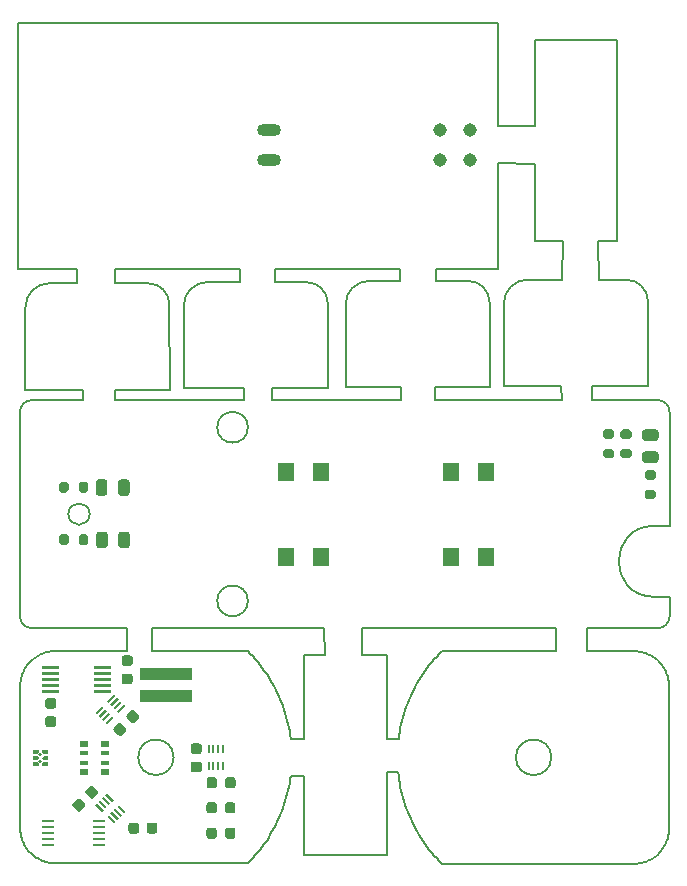
<source format=gbr>
%TF.GenerationSoftware,KiCad,Pcbnew,(5.1.10)-1*%
%TF.CreationDate,2021-10-05T13:13:14-05:00*%
%TF.ProjectId,BYTE_PANELkicad_pcb,42595445-5f50-4414-9e45-4c6b69636164,v2.2*%
%TF.SameCoordinates,Original*%
%TF.FileFunction,Paste,Bot*%
%TF.FilePolarity,Positive*%
%FSLAX46Y46*%
G04 Gerber Fmt 4.6, Leading zero omitted, Abs format (unit mm)*
G04 Created by KiCad (PCBNEW (5.1.10)-1) date 2021-10-05 13:13:14*
%MOMM*%
%LPD*%
G01*
G04 APERTURE LIST*
%TA.AperFunction,Profile*%
%ADD10C,0.200000*%
%TD*%
%ADD11C,0.100000*%
%ADD12R,1.400000X1.600000*%
%ADD13R,0.304800X0.203200*%
%ADD14R,4.400000X1.000000*%
%ADD15R,0.800000X0.500000*%
%ADD16R,0.800000X0.400000*%
%ADD17R,1.100000X0.250000*%
%ADD18R,0.200000X0.800000*%
%ADD19C,1.143000*%
%ADD20O,2.032000X1.016000*%
G04 APERTURE END LIST*
D10*
X145638100Y-94510004D02*
X145638100Y-96762180D01*
X142558100Y-96762180D02*
X142458100Y-94510004D01*
X145638100Y-96762180D02*
X147788100Y-96762180D01*
X162068100Y-94510004D02*
X145638100Y-94510004D01*
X147788100Y-96762180D02*
X147788100Y-103892180D01*
X140778100Y-103872180D02*
X140798100Y-96762180D01*
X157156100Y-55162180D02*
X160298100Y-55182180D01*
X160298100Y-51992180D02*
X157158100Y-51992180D01*
X160298100Y-61762180D02*
X160298100Y-55182180D01*
X157156100Y-43242180D02*
X157158100Y-51992180D01*
X162658100Y-61762180D02*
X162578100Y-65012180D01*
X165708100Y-65012180D02*
X165648100Y-61762180D01*
X167298100Y-61762180D02*
X165648100Y-61762180D01*
X168087294Y-65021970D02*
X165708100Y-65012180D01*
X148898100Y-64072180D02*
X148888100Y-65112180D01*
X151918100Y-64072180D02*
X151938100Y-65112180D01*
X154687294Y-65121970D02*
X151938100Y-65112180D01*
X157156100Y-64070180D02*
X151918100Y-64072180D01*
X162658100Y-61762180D02*
X160298100Y-61762180D01*
X160298100Y-51992180D02*
X160298100Y-44762180D01*
X160298100Y-44762180D02*
X167298100Y-44762180D01*
X167298100Y-44762180D02*
X167298100Y-61762180D01*
X147798100Y-106722180D02*
X147798100Y-113762180D01*
X140798100Y-96762180D02*
X142558100Y-96762180D01*
X140798100Y-113762180D02*
X140798100Y-107012180D01*
X147798100Y-113762180D02*
X140798100Y-113762180D01*
X138338100Y-65222180D02*
X138338100Y-64072180D01*
X135318100Y-64070180D02*
X135318100Y-65212180D01*
X135318100Y-65212180D02*
X132588100Y-65212180D01*
X148898100Y-64072180D02*
X138338100Y-64072180D01*
X124748100Y-64070180D02*
X124738100Y-65322180D01*
X121508100Y-65312180D02*
X121528100Y-64070180D01*
X135318100Y-64070180D02*
X124748100Y-64070180D01*
X127587294Y-65321970D02*
X124738100Y-65322180D01*
X162558100Y-74012180D02*
X162588100Y-75210004D01*
X165188100Y-75202180D02*
X165178100Y-74002180D01*
X165178100Y-74002180D02*
X169888100Y-74012180D01*
X165190000Y-75200004D02*
X170720000Y-75210004D01*
X151848100Y-74112180D02*
X151828100Y-75210004D01*
X149018100Y-75210004D02*
X149008100Y-74112180D01*
X151828100Y-75210004D02*
X162588100Y-75210004D01*
X151848100Y-74112180D02*
X156488100Y-74112180D01*
X138088100Y-74212180D02*
X138078100Y-75210004D01*
X135658100Y-74212180D02*
X135678100Y-75210004D01*
X138078100Y-75210004D02*
X149018100Y-75210004D01*
X130588100Y-74212180D02*
X135658100Y-74212180D01*
X122048100Y-75210004D02*
X122038100Y-74312180D01*
X124798100Y-75210004D02*
X124778100Y-74312180D01*
X124798100Y-75210004D02*
X135678100Y-75210004D01*
X124778100Y-74312180D02*
X129388100Y-74312180D01*
X169888100Y-74012180D02*
X169878310Y-66814500D01*
X157688100Y-74012180D02*
X157688100Y-67012180D01*
X157688100Y-74012180D02*
X162558100Y-74012180D01*
X157688100Y-67012180D02*
G75*
G02*
X159688100Y-65012180I2000000J0D01*
G01*
X168087294Y-65021969D02*
G75*
G02*
X169878309Y-66814499I806J-1790211D01*
G01*
X162578100Y-65012180D02*
X159688100Y-65012180D01*
X144288100Y-74112180D02*
X149008100Y-74112180D01*
X154687294Y-65121969D02*
G75*
G02*
X156478309Y-66914499I806J-1790211D01*
G01*
X156488100Y-74112180D02*
X156478310Y-66914500D01*
X148888100Y-65112180D02*
X146288100Y-65112180D01*
X144288100Y-67112180D02*
G75*
G02*
X146288100Y-65112180I2000000J0D01*
G01*
X144288100Y-74112180D02*
X144288100Y-67112180D01*
X138088100Y-74212180D02*
X142788100Y-74212180D01*
X140987294Y-65221969D02*
G75*
G02*
X142778309Y-67014499I806J-1790211D01*
G01*
X142788100Y-74212180D02*
X142778310Y-67014500D01*
X140985780Y-65221970D02*
X138338100Y-65222180D01*
X130588100Y-67212180D02*
G75*
G02*
X132588100Y-65212180I2000000J0D01*
G01*
X130588100Y-74212180D02*
X130588100Y-67212180D01*
X162068100Y-94510004D02*
X162068100Y-96462228D01*
X164768100Y-94510004D02*
X164768100Y-96462228D01*
X142458100Y-94510004D02*
X127868100Y-94510004D01*
X162068100Y-96462228D02*
X152439691Y-96462228D01*
X125768100Y-94510004D02*
X125768100Y-96442180D01*
X127868100Y-96442180D02*
X127868100Y-94510004D01*
X170720000Y-94510004D02*
X164768100Y-94510004D01*
X135996509Y-96442180D02*
X127868100Y-96442180D01*
X121508100Y-65312180D02*
X119188100Y-65312180D01*
X117188100Y-74312180D02*
X122038100Y-74312180D01*
X129388100Y-74312180D02*
X129378310Y-67114500D01*
X117188100Y-67312180D02*
G75*
G02*
X119188100Y-65312180I2000000J0D01*
G01*
X127587294Y-65321969D02*
G75*
G02*
X129378309Y-67114499I806J-1790211D01*
G01*
X117188100Y-74312180D02*
X117188100Y-67312180D01*
X149664215Y-100587209D02*
X149547799Y-100875525D01*
X149788569Y-100301830D02*
X149664215Y-100587209D01*
X151018880Y-98140002D02*
X150841610Y-98397203D01*
X148785800Y-103890832D02*
X147788100Y-103892180D01*
X147798100Y-106722180D02*
X148751404Y-106721733D01*
X149338778Y-101460413D02*
X149243528Y-101756746D01*
X150669631Y-98658399D02*
X150505589Y-98923432D01*
X148830779Y-103580469D02*
X148785800Y-103890832D01*
X151791463Y-97153663D02*
X151587734Y-97393613D01*
X148785800Y-107033576D02*
X148830779Y-107343939D01*
X149547799Y-100875525D02*
X149439320Y-101166646D01*
X150505589Y-98923432D02*
X150349485Y-99192195D01*
X149076841Y-102356449D02*
X149002758Y-102659582D01*
X149243528Y-101756746D02*
X149156216Y-102055460D01*
X151391942Y-97638088D02*
X151201443Y-97886928D01*
X168690379Y-96462228D02*
X164768100Y-96462228D01*
X168986712Y-96476886D02*
X168838545Y-96465906D01*
X151587734Y-97393613D02*
X151391942Y-97638088D01*
X152439691Y-96462228D02*
X152217441Y-96687838D01*
X149664215Y-110337199D02*
X149788569Y-110622578D01*
X149918215Y-110904914D02*
X150053152Y-111184049D01*
X149076841Y-108567959D02*
X149156216Y-108868948D01*
X149243528Y-109167662D02*
X149338778Y-109463995D01*
X149156216Y-108868948D02*
X149243528Y-109167662D01*
X149002758Y-108264826D02*
X149076841Y-108567959D01*
X150198673Y-111459851D02*
X150349485Y-111732213D01*
X149788569Y-110622578D02*
X149918215Y-110904914D01*
X169560857Y-114332508D02*
X169701086Y-114286523D01*
X148936612Y-102964707D02*
X148881050Y-103271716D01*
X169277753Y-114404025D02*
X169420628Y-114371719D01*
X170230252Y-114036598D02*
X170354606Y-113958149D01*
X149439320Y-109757762D02*
X149547799Y-110048883D01*
X149547799Y-110048883D02*
X149664215Y-110337199D01*
X169970961Y-114174552D02*
X170100606Y-114108776D01*
X169132233Y-114429319D02*
X169277753Y-114404025D01*
X149338778Y-109463995D02*
X149439320Y-109757762D01*
X170473668Y-113873536D02*
X170590085Y-113782810D01*
X168838545Y-114458502D02*
X168986712Y-114447522D01*
X148881050Y-107652692D02*
X148936612Y-107959701D01*
X150053152Y-111184049D02*
X150198673Y-111459851D01*
X171598146Y-112193460D02*
X171629896Y-112050188D01*
X148936612Y-107959701D02*
X149002758Y-108264826D01*
X149918215Y-100019494D02*
X149788569Y-100301830D01*
X169701086Y-96637885D02*
X169560857Y-96591900D01*
X152000483Y-96918369D02*
X151791463Y-97153663D01*
X148881050Y-103271716D02*
X148830779Y-103580469D01*
X150198673Y-99464557D02*
X150053152Y-99740359D01*
X168838545Y-96465906D02*
X168690379Y-96462228D01*
X152217441Y-96687838D02*
X152000483Y-96918369D01*
X171598146Y-98730948D02*
X171558459Y-98589713D01*
X150841610Y-98397203D02*
X150669631Y-98658399D01*
X171460563Y-98314150D02*
X171402355Y-98180351D01*
X151201443Y-97886928D02*
X151018880Y-98140002D01*
X150053152Y-99740359D02*
X149918215Y-100019494D01*
X148751404Y-106721733D02*
X148785800Y-107033576D01*
X149002758Y-102659582D02*
X148936612Y-102964707D01*
X149439320Y-101166646D02*
X149338778Y-101460413D01*
X150349485Y-99192195D02*
X150198673Y-99464557D01*
X169836023Y-96690563D02*
X169701086Y-96637885D01*
X148830779Y-107343939D02*
X148881050Y-107652692D01*
X149156216Y-102055460D02*
X149076841Y-102356449D01*
X171685459Y-99313454D02*
X171674875Y-99165711D01*
X169701086Y-114286523D02*
X169836023Y-114233845D01*
X152000483Y-114006039D02*
X152217441Y-114236570D01*
X151587734Y-113530795D02*
X151791463Y-113770745D01*
X151018880Y-112784406D02*
X151201443Y-113037480D01*
X171185397Y-113126591D02*
X171264772Y-113002476D01*
X171558459Y-112334695D02*
X171598146Y-112193460D01*
X171402355Y-112744057D02*
X171460563Y-112610258D01*
X150841610Y-112527205D02*
X151018880Y-112784406D01*
X150349485Y-111732213D02*
X150505589Y-112000976D01*
X168986712Y-114447522D02*
X169132233Y-114429319D01*
X170100606Y-114108776D02*
X170230252Y-114036598D01*
X150505589Y-112000976D02*
X150669631Y-112266009D01*
X171685459Y-111610954D02*
X171688104Y-111462206D01*
X161707278Y-105453754D02*
G75*
G03*
X161707278Y-105453754I-1500000J0D01*
G01*
X152217441Y-114236570D02*
X152439691Y-114462180D01*
X171656354Y-111905197D02*
X171674875Y-111758697D01*
X170590085Y-113782810D02*
X170703856Y-113686105D01*
X171629896Y-112050188D02*
X171656354Y-111905197D01*
X171100730Y-113247003D02*
X171185397Y-113126591D01*
X150669631Y-112266009D02*
X150841610Y-112527205D01*
X171674875Y-111758697D02*
X171685459Y-111610954D01*
X171336209Y-112874867D02*
X171402355Y-112744057D01*
X169836023Y-114233845D02*
X169970961Y-114174552D01*
X170230252Y-96887810D02*
X170100606Y-96815632D01*
X169132233Y-96495089D02*
X168986712Y-96476886D01*
X171688104Y-99462202D02*
X171685459Y-99313454D01*
X169970961Y-96749856D02*
X169836023Y-96690563D01*
X171010772Y-97560935D02*
X170912876Y-97448699D01*
X171264772Y-97921932D02*
X171185397Y-97797817D01*
X170473668Y-97050872D02*
X170354606Y-96966259D01*
X169560857Y-96591900D02*
X169420628Y-96552689D01*
X171674875Y-99165711D02*
X171656354Y-99019211D01*
X171185397Y-97797817D02*
X171100730Y-97677405D01*
X169277753Y-96520383D02*
X169132233Y-96495089D01*
X168690379Y-114462180D02*
X168838545Y-114458502D01*
X151391942Y-113286320D02*
X151587734Y-113530795D01*
X169420628Y-114371719D02*
X169560857Y-114332508D01*
X151791463Y-113770745D02*
X152000483Y-114006039D01*
X171460563Y-112610258D02*
X171513480Y-112473706D01*
X171010772Y-113363473D02*
X171100730Y-113247003D01*
X170703856Y-113686105D02*
X170809689Y-113583525D01*
X171513480Y-112473706D02*
X171558459Y-112334695D01*
X151201443Y-113037480D02*
X151391942Y-113286320D01*
X170912876Y-113475709D02*
X171010772Y-113363473D01*
X152439691Y-114462180D02*
X168690379Y-114462180D01*
X170354606Y-113958149D02*
X170473668Y-113873536D01*
X171264772Y-113002476D02*
X171336209Y-112874867D01*
X170809689Y-113583525D02*
X170912876Y-113475709D01*
X171402355Y-98180351D02*
X171336209Y-98049541D01*
X170703856Y-97238303D02*
X170590085Y-97141598D01*
X169420628Y-96552689D02*
X169277753Y-96520383D01*
X171336209Y-98049541D02*
X171264772Y-97921932D01*
X170354606Y-96966259D02*
X170230252Y-96887810D01*
X171629896Y-98874220D02*
X171598146Y-98730948D01*
X171688104Y-111462206D02*
X171688104Y-99462202D01*
X170912876Y-97448699D02*
X170809689Y-97340883D01*
X170809689Y-97340883D02*
X170703856Y-97238303D01*
X170590085Y-97141598D02*
X170473668Y-97050872D01*
X171656354Y-99019211D02*
X171629896Y-98874220D01*
X170100606Y-96815632D02*
X169970961Y-96749856D01*
X171558459Y-98589713D02*
X171513480Y-98450702D01*
X171100730Y-97677405D02*
X171010772Y-97560935D01*
X171513480Y-98450702D02*
X171460563Y-98314150D01*
X117720000Y-94510004D02*
G75*
G02*
X116720000Y-93510004I0J1000000D01*
G01*
X170720000Y-75210004D02*
G75*
G02*
X171720000Y-76210004I0J-1000000D01*
G01*
X170420000Y-91860004D02*
X171720000Y-91860004D01*
X125768100Y-94510004D02*
X117720000Y-94510004D01*
X116720000Y-76210004D02*
G75*
G02*
X117720000Y-75210004I1000000J0D01*
G01*
X122620000Y-84860004D02*
G75*
G03*
X122620000Y-84860004I-900000J0D01*
G01*
X136020001Y-77510004D02*
G75*
G03*
X136020001Y-77510004I-1300001J0D01*
G01*
X170420000Y-91860004D02*
G75*
G02*
X170420000Y-85860004I0J3000000D01*
G01*
X136020001Y-92210004D02*
G75*
G03*
X136020001Y-92210004I-1300001J0D01*
G01*
X171720000Y-91860004D02*
X171720000Y-93510004D01*
X171720000Y-93510004D02*
G75*
G02*
X170720000Y-94510004I-1000000J0D01*
G01*
X116720000Y-93510004D02*
X116720000Y-76210004D01*
X171720000Y-85860004D02*
X170420000Y-85860004D01*
X117720000Y-75210004D02*
X122048100Y-75210004D01*
X171720000Y-76210004D02*
X171720000Y-85860004D01*
X116748096Y-99442154D02*
X116748096Y-111442158D01*
X116806304Y-112030140D02*
X116838054Y-112173412D01*
X118081594Y-113938101D02*
X118205948Y-114016550D01*
X119015572Y-114351671D02*
X119158447Y-114383977D01*
X117099991Y-112854819D02*
X117171428Y-112982428D01*
X117732344Y-113666057D02*
X117846115Y-113762762D01*
X117033845Y-112724009D02*
X117099991Y-112854819D01*
X117962532Y-113853488D02*
X118081594Y-113938101D01*
X116761325Y-111738649D02*
X116779846Y-111885149D01*
X117250803Y-113106543D02*
X117335470Y-113226955D01*
X119158447Y-114383977D02*
X119303967Y-114409271D01*
X118205948Y-114016550D02*
X118335594Y-114088728D01*
X117171428Y-112982428D02*
X117250803Y-113106543D01*
X118875343Y-114312460D02*
X119015572Y-114351671D01*
X117425428Y-113343425D02*
X117523324Y-113455661D01*
X118465239Y-114154504D02*
X118600177Y-114213797D01*
X116748096Y-111442158D02*
X116750741Y-111590906D01*
X119303967Y-114409271D02*
X119449488Y-114427474D01*
X116922720Y-112453658D02*
X116975637Y-112590210D01*
X117335470Y-113226955D02*
X117425428Y-113343425D01*
X116877741Y-112314647D02*
X116922720Y-112453658D01*
X118335594Y-114088728D02*
X118465239Y-114154504D01*
X116779846Y-111885149D02*
X116806304Y-112030140D01*
X117846115Y-113762762D02*
X117962532Y-113853488D01*
X117626511Y-113563477D02*
X117732344Y-113666057D01*
X117523324Y-113455661D02*
X117626511Y-113563477D01*
X116750741Y-111590906D02*
X116761325Y-111738649D01*
X116975637Y-112590210D02*
X117033845Y-112724009D01*
X118735114Y-114266475D02*
X118875343Y-114312460D01*
X116838054Y-112173412D02*
X116877741Y-112314647D01*
X118600177Y-114213797D02*
X118735114Y-114266475D01*
X119597655Y-114438454D02*
X119745821Y-114442132D01*
X139555150Y-107632644D02*
X139605421Y-107323891D01*
X136218759Y-114216522D02*
X136435717Y-113985991D01*
X136435717Y-113985991D02*
X136644737Y-113750697D01*
X137234757Y-113017432D02*
X137417320Y-112764358D01*
X137594590Y-112507157D02*
X137766569Y-112245961D01*
X138086715Y-111712165D02*
X138237527Y-111439803D01*
X138237527Y-111439803D02*
X138383048Y-111164001D01*
X138517985Y-110884866D02*
X138647631Y-110602530D01*
X139279984Y-108848900D02*
X139359359Y-108547911D01*
X138996880Y-109737714D02*
X139097422Y-109443947D01*
X139433442Y-108244778D02*
X139499588Y-107939653D01*
X139605421Y-103560421D02*
X139555150Y-103251668D01*
X140778100Y-103872180D02*
X139650400Y-103870784D01*
X138383048Y-111164001D02*
X138517985Y-110884866D01*
X139097422Y-109443947D02*
X139192672Y-109147614D01*
X139650400Y-107013528D02*
X140798100Y-107012180D01*
X139359359Y-108547911D02*
X139433442Y-108244778D01*
X135996509Y-114442132D02*
X136218759Y-114216522D01*
X136644737Y-113750697D02*
X136848466Y-113510747D01*
X136848466Y-113510747D02*
X137044258Y-113266272D01*
X137417320Y-112764358D02*
X137594590Y-112507157D01*
X138647631Y-110602530D02*
X138771985Y-110317151D01*
X138771985Y-110317151D02*
X138888401Y-110028835D01*
X119449488Y-114427474D02*
X119597655Y-114438454D01*
X119745821Y-114442132D02*
X135996509Y-114442132D01*
X137044258Y-113266272D02*
X137234757Y-113017432D01*
X137930611Y-111980928D02*
X138086715Y-111712165D01*
X139192672Y-109147614D02*
X139279984Y-108848900D01*
X139650400Y-103870784D02*
X139605421Y-103560421D01*
X138888401Y-110028835D02*
X138996880Y-109737714D01*
X139605421Y-107323891D02*
X139650400Y-107013528D01*
X137766569Y-112245961D02*
X137930611Y-111980928D01*
X139499588Y-107939653D02*
X139555150Y-107632644D01*
X139279984Y-102035412D02*
X139192672Y-101736698D01*
X138647631Y-100281782D02*
X138517985Y-99999446D01*
X138237527Y-99444509D02*
X138086715Y-99172147D01*
X139555150Y-103251668D02*
X139499588Y-102944659D01*
X139499588Y-102944659D02*
X139433442Y-102639534D01*
X139433442Y-102639534D02*
X139359359Y-102336401D01*
X138996880Y-101146598D02*
X138888401Y-100855477D01*
X138771985Y-100567161D02*
X138647631Y-100281782D01*
X139192672Y-101736698D02*
X139097422Y-101440365D01*
X139359359Y-102336401D02*
X139279984Y-102035412D01*
X139097422Y-101440365D02*
X138996880Y-101146598D01*
X138888401Y-100855477D02*
X138771985Y-100567161D01*
X138383048Y-99720311D02*
X138237527Y-99444509D01*
X138517985Y-99999446D02*
X138383048Y-99720311D01*
X116838054Y-98710900D02*
X116806304Y-98854172D01*
X119597655Y-96445858D02*
X119449488Y-96456838D01*
X117962532Y-97030824D02*
X117846115Y-97121550D01*
X119303967Y-96475041D02*
X119158447Y-96500335D01*
X118465239Y-96729808D02*
X118335594Y-96795584D01*
X118205948Y-96867762D02*
X118081594Y-96946211D01*
X119158447Y-96500335D02*
X119015572Y-96532641D01*
X118875343Y-96571852D02*
X118735114Y-96617837D01*
X116806304Y-98854172D02*
X116779846Y-98999163D01*
X138086715Y-99172147D02*
X137930611Y-98903384D01*
X136218759Y-96667790D02*
X135996509Y-96442180D01*
X137930611Y-98903384D02*
X137766569Y-98638351D01*
X137766569Y-98638351D02*
X137594590Y-98377155D01*
X118600177Y-96670515D02*
X118465239Y-96729808D01*
X137594590Y-98377155D02*
X137417320Y-98119954D01*
X137417320Y-98119954D02*
X137234757Y-97866880D01*
X116750741Y-99293406D02*
X116748096Y-99442154D01*
X136848466Y-97373565D02*
X136644737Y-97133615D01*
X117335470Y-97657357D02*
X117250803Y-97777769D01*
X117250803Y-97777769D02*
X117171428Y-97901884D01*
X117099991Y-98029493D02*
X117033845Y-98160303D01*
X116761325Y-99145663D02*
X116750741Y-99293406D01*
X136435717Y-96898321D02*
X136218759Y-96667790D01*
X118735114Y-96617837D02*
X118600177Y-96670515D01*
X118335594Y-96795584D02*
X118205948Y-96867762D01*
X117846115Y-97121550D02*
X117732344Y-97218255D01*
X116779846Y-98999163D02*
X116761325Y-99145663D01*
X129728922Y-105450606D02*
G75*
G03*
X129728922Y-105450606I-1500000J0D01*
G01*
X119449488Y-96456838D02*
X119303967Y-96475041D01*
X117033845Y-98160303D02*
X116975637Y-98294102D01*
X116877741Y-98569665D02*
X116838054Y-98710900D01*
X117732344Y-97218255D02*
X117626511Y-97320835D01*
X117523324Y-97428651D02*
X117425428Y-97540887D01*
X117425428Y-97540887D02*
X117335470Y-97657357D01*
X116975637Y-98294102D02*
X116922720Y-98430654D01*
X116922720Y-98430654D02*
X116877741Y-98569665D01*
X137234757Y-97866880D02*
X137044258Y-97618040D01*
X117171428Y-97901884D02*
X117099991Y-98029493D01*
X137044258Y-97618040D02*
X136848466Y-97373565D01*
X136644737Y-97133615D02*
X136435717Y-96898321D01*
X117626511Y-97320835D02*
X117523324Y-97428651D01*
X118081594Y-96946211D02*
X117962532Y-97030824D01*
X125768100Y-96442180D02*
X119745821Y-96442180D01*
X119015572Y-96532641D02*
X118875343Y-96571852D01*
X119745821Y-96442180D02*
X119597655Y-96445858D01*
X116516100Y-43242180D02*
X157156100Y-43242180D01*
X116516100Y-64070180D02*
X116516100Y-43242180D01*
X121528100Y-64070180D02*
X116516100Y-64070180D01*
X157156100Y-55162180D02*
X157156100Y-64070180D01*
D11*
%TO.C,U3*%
G36*
X119047540Y-106073400D02*
G01*
X119047540Y-105870200D01*
X118730040Y-105870200D01*
X118628440Y-105971800D01*
X118628440Y-106073400D01*
X119047540Y-106073400D01*
G37*
X119047540Y-106073400D02*
X119047540Y-105870200D01*
X118730040Y-105870200D01*
X118628440Y-105971800D01*
X118628440Y-106073400D01*
X119047540Y-106073400D01*
G36*
X117848660Y-106073400D02*
G01*
X117848660Y-105870200D01*
X118166160Y-105870200D01*
X118267760Y-105971800D01*
X118267760Y-106073400D01*
X117848660Y-106073400D01*
G37*
X117848660Y-106073400D02*
X117848660Y-105870200D01*
X118166160Y-105870200D01*
X118267760Y-105971800D01*
X118267760Y-106073400D01*
X117848660Y-106073400D01*
G36*
X117848660Y-105369820D02*
G01*
X117848660Y-105573020D01*
X118166160Y-105573020D01*
X118267760Y-105471420D01*
X118166160Y-105369820D01*
X117848660Y-105369820D01*
G37*
X117848660Y-105369820D02*
X117848660Y-105573020D01*
X118166160Y-105573020D01*
X118267760Y-105471420D01*
X118166160Y-105369820D01*
X117848660Y-105369820D01*
G36*
X117848660Y-104869440D02*
G01*
X117848660Y-105072640D01*
X118166160Y-105072640D01*
X118267760Y-104971040D01*
X118267760Y-104869440D01*
X117848660Y-104869440D01*
G37*
X117848660Y-104869440D02*
X117848660Y-105072640D01*
X118166160Y-105072640D01*
X118267760Y-104971040D01*
X118267760Y-104869440D01*
X117848660Y-104869440D01*
G36*
X119047540Y-104869440D02*
G01*
X119047540Y-105072640D01*
X118730040Y-105072640D01*
X118628440Y-104971040D01*
X118628440Y-104869440D01*
X119047540Y-104869440D01*
G37*
X119047540Y-104869440D02*
X119047540Y-105072640D01*
X118730040Y-105072640D01*
X118628440Y-104971040D01*
X118628440Y-104869440D01*
X119047540Y-104869440D01*
G36*
X119047540Y-105369820D02*
G01*
X119047540Y-105573020D01*
X118730040Y-105573020D01*
X118628440Y-105471420D01*
X118730040Y-105369820D01*
X119047540Y-105369820D01*
G37*
X119047540Y-105369820D02*
X119047540Y-105573020D01*
X118730040Y-105573020D01*
X118628440Y-105471420D01*
X118730040Y-105369820D01*
X119047540Y-105369820D01*
%TD*%
D12*
%TO.C,SW1*%
X142220000Y-81260004D03*
X142220000Y-88460004D03*
X139220000Y-81260004D03*
X139220000Y-88460004D03*
%TD*%
%TO.C,SW2*%
X156220000Y-81260004D03*
X156220000Y-88460004D03*
X153220000Y-81260004D03*
X153220000Y-88460004D03*
%TD*%
%TO.C,R12*%
G36*
G01*
X168305000Y-78495000D02*
X167755000Y-78495000D01*
G75*
G02*
X167555000Y-78295000I0J200000D01*
G01*
X167555000Y-77895000D01*
G75*
G02*
X167755000Y-77695000I200000J0D01*
G01*
X168305000Y-77695000D01*
G75*
G02*
X168505000Y-77895000I0J-200000D01*
G01*
X168505000Y-78295000D01*
G75*
G02*
X168305000Y-78495000I-200000J0D01*
G01*
G37*
G36*
G01*
X168305000Y-80145000D02*
X167755000Y-80145000D01*
G75*
G02*
X167555000Y-79945000I0J200000D01*
G01*
X167555000Y-79545000D01*
G75*
G02*
X167755000Y-79345000I200000J0D01*
G01*
X168305000Y-79345000D01*
G75*
G02*
X168505000Y-79545000I0J-200000D01*
G01*
X168505000Y-79945000D01*
G75*
G02*
X168305000Y-80145000I-200000J0D01*
G01*
G37*
%TD*%
%TO.C,R11*%
G36*
G01*
X166285000Y-79340000D02*
X166835000Y-79340000D01*
G75*
G02*
X167035000Y-79540000I0J-200000D01*
G01*
X167035000Y-79940000D01*
G75*
G02*
X166835000Y-80140000I-200000J0D01*
G01*
X166285000Y-80140000D01*
G75*
G02*
X166085000Y-79940000I0J200000D01*
G01*
X166085000Y-79540000D01*
G75*
G02*
X166285000Y-79340000I200000J0D01*
G01*
G37*
G36*
G01*
X166285000Y-77690000D02*
X166835000Y-77690000D01*
G75*
G02*
X167035000Y-77890000I0J-200000D01*
G01*
X167035000Y-78290000D01*
G75*
G02*
X166835000Y-78490000I-200000J0D01*
G01*
X166285000Y-78490000D01*
G75*
G02*
X166085000Y-78290000I0J200000D01*
G01*
X166085000Y-77890000D01*
G75*
G02*
X166285000Y-77690000I200000J0D01*
G01*
G37*
%TD*%
%TO.C,R6*%
G36*
G01*
X121685000Y-82855000D02*
X121685000Y-82305000D01*
G75*
G02*
X121885000Y-82105000I200000J0D01*
G01*
X122285000Y-82105000D01*
G75*
G02*
X122485000Y-82305000I0J-200000D01*
G01*
X122485000Y-82855000D01*
G75*
G02*
X122285000Y-83055000I-200000J0D01*
G01*
X121885000Y-83055000D01*
G75*
G02*
X121685000Y-82855000I0J200000D01*
G01*
G37*
G36*
G01*
X120035000Y-82855000D02*
X120035000Y-82305000D01*
G75*
G02*
X120235000Y-82105000I200000J0D01*
G01*
X120635000Y-82105000D01*
G75*
G02*
X120835000Y-82305000I0J-200000D01*
G01*
X120835000Y-82855000D01*
G75*
G02*
X120635000Y-83055000I-200000J0D01*
G01*
X120235000Y-83055000D01*
G75*
G02*
X120035000Y-82855000I0J200000D01*
G01*
G37*
%TD*%
%TO.C,D3*%
G36*
G01*
X125020000Y-83076250D02*
X125020000Y-82163750D01*
G75*
G02*
X125263750Y-81920000I243750J0D01*
G01*
X125751250Y-81920000D01*
G75*
G02*
X125995000Y-82163750I0J-243750D01*
G01*
X125995000Y-83076250D01*
G75*
G02*
X125751250Y-83320000I-243750J0D01*
G01*
X125263750Y-83320000D01*
G75*
G02*
X125020000Y-83076250I0J243750D01*
G01*
G37*
G36*
G01*
X123145000Y-83076250D02*
X123145000Y-82163750D01*
G75*
G02*
X123388750Y-81920000I243750J0D01*
G01*
X123876250Y-81920000D01*
G75*
G02*
X124120000Y-82163750I0J-243750D01*
G01*
X124120000Y-83076250D01*
G75*
G02*
X123876250Y-83320000I-243750J0D01*
G01*
X123388750Y-83320000D01*
G75*
G02*
X123145000Y-83076250I0J243750D01*
G01*
G37*
%TD*%
%TO.C,R4*%
G36*
G01*
X121705000Y-87315000D02*
X121705000Y-86765000D01*
G75*
G02*
X121905000Y-86565000I200000J0D01*
G01*
X122305000Y-86565000D01*
G75*
G02*
X122505000Y-86765000I0J-200000D01*
G01*
X122505000Y-87315000D01*
G75*
G02*
X122305000Y-87515000I-200000J0D01*
G01*
X121905000Y-87515000D01*
G75*
G02*
X121705000Y-87315000I0J200000D01*
G01*
G37*
G36*
G01*
X120055000Y-87315000D02*
X120055000Y-86765000D01*
G75*
G02*
X120255000Y-86565000I200000J0D01*
G01*
X120655000Y-86565000D01*
G75*
G02*
X120855000Y-86765000I0J-200000D01*
G01*
X120855000Y-87315000D01*
G75*
G02*
X120655000Y-87515000I-200000J0D01*
G01*
X120255000Y-87515000D01*
G75*
G02*
X120055000Y-87315000I0J200000D01*
G01*
G37*
%TD*%
%TO.C,R1*%
G36*
G01*
X170365000Y-81945000D02*
X169815000Y-81945000D01*
G75*
G02*
X169615000Y-81745000I0J200000D01*
G01*
X169615000Y-81345000D01*
G75*
G02*
X169815000Y-81145000I200000J0D01*
G01*
X170365000Y-81145000D01*
G75*
G02*
X170565000Y-81345000I0J-200000D01*
G01*
X170565000Y-81745000D01*
G75*
G02*
X170365000Y-81945000I-200000J0D01*
G01*
G37*
G36*
G01*
X170365000Y-83595000D02*
X169815000Y-83595000D01*
G75*
G02*
X169615000Y-83395000I0J200000D01*
G01*
X169615000Y-82995000D01*
G75*
G02*
X169815000Y-82795000I200000J0D01*
G01*
X170365000Y-82795000D01*
G75*
G02*
X170565000Y-82995000I0J-200000D01*
G01*
X170565000Y-83395000D01*
G75*
G02*
X170365000Y-83595000I-200000J0D01*
G01*
G37*
%TD*%
%TO.C,D2*%
G36*
G01*
X125050000Y-87501250D02*
X125050000Y-86588750D01*
G75*
G02*
X125293750Y-86345000I243750J0D01*
G01*
X125781250Y-86345000D01*
G75*
G02*
X126025000Y-86588750I0J-243750D01*
G01*
X126025000Y-87501250D01*
G75*
G02*
X125781250Y-87745000I-243750J0D01*
G01*
X125293750Y-87745000D01*
G75*
G02*
X125050000Y-87501250I0J243750D01*
G01*
G37*
G36*
G01*
X123175000Y-87501250D02*
X123175000Y-86588750D01*
G75*
G02*
X123418750Y-86345000I243750J0D01*
G01*
X123906250Y-86345000D01*
G75*
G02*
X124150000Y-86588750I0J-243750D01*
G01*
X124150000Y-87501250D01*
G75*
G02*
X123906250Y-87745000I-243750J0D01*
G01*
X123418750Y-87745000D01*
G75*
G02*
X123175000Y-87501250I0J243750D01*
G01*
G37*
%TD*%
%TO.C,D1*%
G36*
G01*
X170546250Y-78660000D02*
X169633750Y-78660000D01*
G75*
G02*
X169390000Y-78416250I0J243750D01*
G01*
X169390000Y-77928750D01*
G75*
G02*
X169633750Y-77685000I243750J0D01*
G01*
X170546250Y-77685000D01*
G75*
G02*
X170790000Y-77928750I0J-243750D01*
G01*
X170790000Y-78416250D01*
G75*
G02*
X170546250Y-78660000I-243750J0D01*
G01*
G37*
G36*
G01*
X170546250Y-80535000D02*
X169633750Y-80535000D01*
G75*
G02*
X169390000Y-80291250I0J243750D01*
G01*
X169390000Y-79803750D01*
G75*
G02*
X169633750Y-79560000I243750J0D01*
G01*
X170546250Y-79560000D01*
G75*
G02*
X170790000Y-79803750I0J-243750D01*
G01*
X170790000Y-80291250D01*
G75*
G02*
X170546250Y-80535000I-243750J0D01*
G01*
G37*
%TD*%
D13*
%TO.C,U3*%
X118895140Y-104971040D03*
X118895140Y-105471420D03*
X118895140Y-105971800D03*
X118001060Y-105971800D03*
X118001060Y-105471420D03*
X118001060Y-104971040D03*
D11*
G36*
X118609745Y-105202180D02*
G01*
X118448100Y-105363825D01*
X118286455Y-105202180D01*
X118448100Y-105040535D01*
X118609745Y-105202180D01*
G37*
G36*
X118609745Y-105740660D02*
G01*
X118448100Y-105902305D01*
X118286455Y-105740660D01*
X118448100Y-105579015D01*
X118609745Y-105740660D01*
G37*
%TD*%
D14*
%TO.C,M1*%
X129078100Y-100222180D03*
X129078100Y-98422180D03*
%TD*%
%TO.C,D3*%
G36*
G01*
X133388100Y-111635930D02*
X133388100Y-112148430D01*
G75*
G02*
X133169350Y-112367180I-218750J0D01*
G01*
X132731850Y-112367180D01*
G75*
G02*
X132513100Y-112148430I0J218750D01*
G01*
X132513100Y-111635930D01*
G75*
G02*
X132731850Y-111417180I218750J0D01*
G01*
X133169350Y-111417180D01*
G75*
G02*
X133388100Y-111635930I0J-218750D01*
G01*
G37*
G36*
G01*
X134963100Y-111635930D02*
X134963100Y-112148430D01*
G75*
G02*
X134744350Y-112367180I-218750J0D01*
G01*
X134306850Y-112367180D01*
G75*
G02*
X134088100Y-112148430I0J218750D01*
G01*
X134088100Y-111635930D01*
G75*
G02*
X134306850Y-111417180I218750J0D01*
G01*
X134744350Y-111417180D01*
G75*
G02*
X134963100Y-111635930I0J-218750D01*
G01*
G37*
%TD*%
%TO.C,D2*%
G36*
G01*
X133395600Y-107355930D02*
X133395600Y-107868430D01*
G75*
G02*
X133176850Y-108087180I-218750J0D01*
G01*
X132739350Y-108087180D01*
G75*
G02*
X132520600Y-107868430I0J218750D01*
G01*
X132520600Y-107355930D01*
G75*
G02*
X132739350Y-107137180I218750J0D01*
G01*
X133176850Y-107137180D01*
G75*
G02*
X133395600Y-107355930I0J-218750D01*
G01*
G37*
G36*
G01*
X134970600Y-107355930D02*
X134970600Y-107868430D01*
G75*
G02*
X134751850Y-108087180I-218750J0D01*
G01*
X134314350Y-108087180D01*
G75*
G02*
X134095600Y-107868430I0J218750D01*
G01*
X134095600Y-107355930D01*
G75*
G02*
X134314350Y-107137180I218750J0D01*
G01*
X134751850Y-107137180D01*
G75*
G02*
X134970600Y-107355930I0J-218750D01*
G01*
G37*
%TD*%
%TO.C,D1*%
G36*
G01*
X134088100Y-109988430D02*
X134088100Y-109475930D01*
G75*
G02*
X134306850Y-109257180I218750J0D01*
G01*
X134744350Y-109257180D01*
G75*
G02*
X134963100Y-109475930I0J-218750D01*
G01*
X134963100Y-109988430D01*
G75*
G02*
X134744350Y-110207180I-218750J0D01*
G01*
X134306850Y-110207180D01*
G75*
G02*
X134088100Y-109988430I0J218750D01*
G01*
G37*
G36*
G01*
X132513100Y-109988430D02*
X132513100Y-109475930D01*
G75*
G02*
X132731850Y-109257180I218750J0D01*
G01*
X133169350Y-109257180D01*
G75*
G02*
X133388100Y-109475930I0J-218750D01*
G01*
X133388100Y-109988430D01*
G75*
G02*
X133169350Y-110207180I-218750J0D01*
G01*
X132731850Y-110207180D01*
G75*
G02*
X132513100Y-109988430I0J218750D01*
G01*
G37*
%TD*%
D15*
%TO.C,RN1*%
X123958100Y-104302180D03*
D16*
X123958100Y-105102180D03*
D15*
X123958100Y-106702180D03*
D16*
X123958100Y-105902180D03*
D15*
X122158100Y-104302180D03*
D16*
X122158100Y-105902180D03*
X122158100Y-105102180D03*
D15*
X122158100Y-106702180D03*
%TD*%
D17*
%TO.C,U2*%
X123418100Y-112842180D03*
X123418100Y-112342180D03*
X123418100Y-111842180D03*
X123418100Y-111342180D03*
X123418100Y-110842180D03*
X119118100Y-110842180D03*
X119118100Y-111342180D03*
X119118100Y-111842180D03*
X119118100Y-112342180D03*
X119118100Y-112842180D03*
%TD*%
%TO.C,U1*%
G36*
G01*
X122973100Y-99937180D02*
X122973100Y-99787180D01*
G75*
G02*
X123048100Y-99712180I75000J0D01*
G01*
X124348100Y-99712180D01*
G75*
G02*
X124423100Y-99787180I0J-75000D01*
G01*
X124423100Y-99937180D01*
G75*
G02*
X124348100Y-100012180I-75000J0D01*
G01*
X123048100Y-100012180D01*
G75*
G02*
X122973100Y-99937180I0J75000D01*
G01*
G37*
G36*
G01*
X122973100Y-99437180D02*
X122973100Y-99287180D01*
G75*
G02*
X123048100Y-99212180I75000J0D01*
G01*
X124348100Y-99212180D01*
G75*
G02*
X124423100Y-99287180I0J-75000D01*
G01*
X124423100Y-99437180D01*
G75*
G02*
X124348100Y-99512180I-75000J0D01*
G01*
X123048100Y-99512180D01*
G75*
G02*
X122973100Y-99437180I0J75000D01*
G01*
G37*
G36*
G01*
X122973100Y-98937180D02*
X122973100Y-98787180D01*
G75*
G02*
X123048100Y-98712180I75000J0D01*
G01*
X124348100Y-98712180D01*
G75*
G02*
X124423100Y-98787180I0J-75000D01*
G01*
X124423100Y-98937180D01*
G75*
G02*
X124348100Y-99012180I-75000J0D01*
G01*
X123048100Y-99012180D01*
G75*
G02*
X122973100Y-98937180I0J75000D01*
G01*
G37*
G36*
G01*
X122973100Y-98437180D02*
X122973100Y-98287180D01*
G75*
G02*
X123048100Y-98212180I75000J0D01*
G01*
X124348100Y-98212180D01*
G75*
G02*
X124423100Y-98287180I0J-75000D01*
G01*
X124423100Y-98437180D01*
G75*
G02*
X124348100Y-98512180I-75000J0D01*
G01*
X123048100Y-98512180D01*
G75*
G02*
X122973100Y-98437180I0J75000D01*
G01*
G37*
G36*
G01*
X122973100Y-97937180D02*
X122973100Y-97787180D01*
G75*
G02*
X123048100Y-97712180I75000J0D01*
G01*
X124348100Y-97712180D01*
G75*
G02*
X124423100Y-97787180I0J-75000D01*
G01*
X124423100Y-97937180D01*
G75*
G02*
X124348100Y-98012180I-75000J0D01*
G01*
X123048100Y-98012180D01*
G75*
G02*
X122973100Y-97937180I0J75000D01*
G01*
G37*
G36*
G01*
X118573100Y-97937180D02*
X118573100Y-97787180D01*
G75*
G02*
X118648100Y-97712180I75000J0D01*
G01*
X119948100Y-97712180D01*
G75*
G02*
X120023100Y-97787180I0J-75000D01*
G01*
X120023100Y-97937180D01*
G75*
G02*
X119948100Y-98012180I-75000J0D01*
G01*
X118648100Y-98012180D01*
G75*
G02*
X118573100Y-97937180I0J75000D01*
G01*
G37*
G36*
G01*
X118573100Y-98437180D02*
X118573100Y-98287180D01*
G75*
G02*
X118648100Y-98212180I75000J0D01*
G01*
X119948100Y-98212180D01*
G75*
G02*
X120023100Y-98287180I0J-75000D01*
G01*
X120023100Y-98437180D01*
G75*
G02*
X119948100Y-98512180I-75000J0D01*
G01*
X118648100Y-98512180D01*
G75*
G02*
X118573100Y-98437180I0J75000D01*
G01*
G37*
G36*
G01*
X118573100Y-98937180D02*
X118573100Y-98787180D01*
G75*
G02*
X118648100Y-98712180I75000J0D01*
G01*
X119948100Y-98712180D01*
G75*
G02*
X120023100Y-98787180I0J-75000D01*
G01*
X120023100Y-98937180D01*
G75*
G02*
X119948100Y-99012180I-75000J0D01*
G01*
X118648100Y-99012180D01*
G75*
G02*
X118573100Y-98937180I0J75000D01*
G01*
G37*
G36*
G01*
X118573100Y-99437180D02*
X118573100Y-99287180D01*
G75*
G02*
X118648100Y-99212180I75000J0D01*
G01*
X119948100Y-99212180D01*
G75*
G02*
X120023100Y-99287180I0J-75000D01*
G01*
X120023100Y-99437180D01*
G75*
G02*
X119948100Y-99512180I-75000J0D01*
G01*
X118648100Y-99512180D01*
G75*
G02*
X118573100Y-99437180I0J75000D01*
G01*
G37*
G36*
G01*
X118573100Y-99937180D02*
X118573100Y-99787180D01*
G75*
G02*
X118648100Y-99712180I75000J0D01*
G01*
X119948100Y-99712180D01*
G75*
G02*
X120023100Y-99787180I0J-75000D01*
G01*
X120023100Y-99937180D01*
G75*
G02*
X119948100Y-100012180I-75000J0D01*
G01*
X118648100Y-100012180D01*
G75*
G02*
X118573100Y-99937180I0J75000D01*
G01*
G37*
%TD*%
%TO.C,C1*%
G36*
G01*
X127458100Y-111702180D02*
X127458100Y-111202180D01*
G75*
G02*
X127683100Y-110977180I225000J0D01*
G01*
X128133100Y-110977180D01*
G75*
G02*
X128358100Y-111202180I0J-225000D01*
G01*
X128358100Y-111702180D01*
G75*
G02*
X128133100Y-111927180I-225000J0D01*
G01*
X127683100Y-111927180D01*
G75*
G02*
X127458100Y-111702180I0J225000D01*
G01*
G37*
G36*
G01*
X125908100Y-111702180D02*
X125908100Y-111202180D01*
G75*
G02*
X126133100Y-110977180I225000J0D01*
G01*
X126583100Y-110977180D01*
G75*
G02*
X126808100Y-111202180I0J-225000D01*
G01*
X126808100Y-111702180D01*
G75*
G02*
X126583100Y-111927180I-225000J0D01*
G01*
X126133100Y-111927180D01*
G75*
G02*
X125908100Y-111702180I0J225000D01*
G01*
G37*
%TD*%
%TO.C,C7*%
G36*
G01*
X121849521Y-109007205D02*
X122203075Y-109360759D01*
G75*
G02*
X122203075Y-109678957I-159099J-159099D01*
G01*
X121884877Y-109997155D01*
G75*
G02*
X121566679Y-109997155I-159099J159099D01*
G01*
X121213125Y-109643601D01*
G75*
G02*
X121213125Y-109325403I159099J159099D01*
G01*
X121531323Y-109007205D01*
G75*
G02*
X121849521Y-109007205I159099J-159099D01*
G01*
G37*
G36*
G01*
X122945537Y-107911189D02*
X123299091Y-108264743D01*
G75*
G02*
X123299091Y-108582941I-159099J-159099D01*
G01*
X122980893Y-108901139D01*
G75*
G02*
X122662695Y-108901139I-159099J159099D01*
G01*
X122309141Y-108547585D01*
G75*
G02*
X122309141Y-108229387I159099J159099D01*
G01*
X122627339Y-107911189D01*
G75*
G02*
X122945537Y-107911189I159099J-159099D01*
G01*
G37*
%TD*%
%TO.C,C6*%
G36*
G01*
X131898100Y-105177180D02*
X131398100Y-105177180D01*
G75*
G02*
X131173100Y-104952180I0J225000D01*
G01*
X131173100Y-104502180D01*
G75*
G02*
X131398100Y-104277180I225000J0D01*
G01*
X131898100Y-104277180D01*
G75*
G02*
X132123100Y-104502180I0J-225000D01*
G01*
X132123100Y-104952180D01*
G75*
G02*
X131898100Y-105177180I-225000J0D01*
G01*
G37*
G36*
G01*
X131898100Y-106727180D02*
X131398100Y-106727180D01*
G75*
G02*
X131173100Y-106502180I0J225000D01*
G01*
X131173100Y-106052180D01*
G75*
G02*
X131398100Y-105827180I225000J0D01*
G01*
X131898100Y-105827180D01*
G75*
G02*
X132123100Y-106052180I0J-225000D01*
G01*
X132123100Y-106502180D01*
G75*
G02*
X131898100Y-106727180I-225000J0D01*
G01*
G37*
%TD*%
%TO.C,C3*%
G36*
G01*
X125321513Y-102605213D02*
X125675067Y-102958767D01*
G75*
G02*
X125675067Y-103276965I-159099J-159099D01*
G01*
X125356869Y-103595163D01*
G75*
G02*
X125038671Y-103595163I-159099J159099D01*
G01*
X124685117Y-103241609D01*
G75*
G02*
X124685117Y-102923411I159099J159099D01*
G01*
X125003315Y-102605213D01*
G75*
G02*
X125321513Y-102605213I159099J-159099D01*
G01*
G37*
G36*
G01*
X126417529Y-101509197D02*
X126771083Y-101862751D01*
G75*
G02*
X126771083Y-102180949I-159099J-159099D01*
G01*
X126452885Y-102499147D01*
G75*
G02*
X126134687Y-102499147I-159099J159099D01*
G01*
X125781133Y-102145593D01*
G75*
G02*
X125781133Y-101827395I159099J159099D01*
G01*
X126099331Y-101509197D01*
G75*
G02*
X126417529Y-101509197I159099J-159099D01*
G01*
G37*
%TD*%
D11*
%TO.C,U6*%
G36*
X124509521Y-109216494D02*
G01*
X123943836Y-108650809D01*
X124085257Y-108509388D01*
X124650942Y-109075073D01*
X124509521Y-109216494D01*
G37*
G36*
X124226679Y-109499337D02*
G01*
X123660994Y-108933652D01*
X123802415Y-108792231D01*
X124368100Y-109357916D01*
X124226679Y-109499337D01*
G37*
G36*
X123943836Y-109782180D02*
G01*
X123378151Y-109216495D01*
X123519572Y-109075074D01*
X124085257Y-109640759D01*
X123943836Y-109782180D01*
G37*
G36*
X123660993Y-110065022D02*
G01*
X123095308Y-109499337D01*
X123236729Y-109357916D01*
X123802414Y-109923601D01*
X123660993Y-110065022D01*
G37*
G36*
X124650943Y-111054972D02*
G01*
X124085258Y-110489287D01*
X124226679Y-110347866D01*
X124792364Y-110913551D01*
X124650943Y-111054972D01*
G37*
G36*
X124933785Y-110772129D02*
G01*
X124368100Y-110206444D01*
X124509521Y-110065023D01*
X125075206Y-110630708D01*
X124933785Y-110772129D01*
G37*
G36*
X125216628Y-110489286D02*
G01*
X124650943Y-109923601D01*
X124792364Y-109782180D01*
X125358049Y-110347865D01*
X125216628Y-110489286D01*
G37*
G36*
X125499471Y-110206444D02*
G01*
X124933786Y-109640759D01*
X125075207Y-109499338D01*
X125640892Y-110065023D01*
X125499471Y-110206444D01*
G37*
%TD*%
D18*
%TO.C,U5*%
X132698100Y-106172180D03*
X133098100Y-106172180D03*
X133498100Y-106172180D03*
X133898100Y-106172180D03*
X133898100Y-104772180D03*
X133498100Y-104772180D03*
X133098100Y-104772180D03*
X132698100Y-104772180D03*
%TD*%
D11*
%TO.C,U4*%
G36*
X124933786Y-101533601D02*
G01*
X125499471Y-100967916D01*
X125640892Y-101109337D01*
X125075207Y-101675022D01*
X124933786Y-101533601D01*
G37*
G36*
X124650943Y-101250759D02*
G01*
X125216628Y-100685074D01*
X125358049Y-100826495D01*
X124792364Y-101392180D01*
X124650943Y-101250759D01*
G37*
G36*
X124368100Y-100967916D02*
G01*
X124933785Y-100402231D01*
X125075206Y-100543652D01*
X124509521Y-101109337D01*
X124368100Y-100967916D01*
G37*
G36*
X124085258Y-100685073D02*
G01*
X124650943Y-100119388D01*
X124792364Y-100260809D01*
X124226679Y-100826494D01*
X124085258Y-100685073D01*
G37*
G36*
X123095308Y-101675023D02*
G01*
X123660993Y-101109338D01*
X123802414Y-101250759D01*
X123236729Y-101816444D01*
X123095308Y-101675023D01*
G37*
G36*
X123378151Y-101957865D02*
G01*
X123943836Y-101392180D01*
X124085257Y-101533601D01*
X123519572Y-102099286D01*
X123378151Y-101957865D01*
G37*
G36*
X123660994Y-102240708D02*
G01*
X124226679Y-101675023D01*
X124368100Y-101816444D01*
X123802415Y-102382129D01*
X123660994Y-102240708D01*
G37*
G36*
X123943836Y-102523551D02*
G01*
X124509521Y-101957866D01*
X124650942Y-102099287D01*
X124085257Y-102664972D01*
X123943836Y-102523551D01*
G37*
%TD*%
%TO.C,C5*%
G36*
G01*
X125548100Y-98376920D02*
X126048100Y-98376920D01*
G75*
G02*
X126273100Y-98601920I0J-225000D01*
G01*
X126273100Y-99051920D01*
G75*
G02*
X126048100Y-99276920I-225000J0D01*
G01*
X125548100Y-99276920D01*
G75*
G02*
X125323100Y-99051920I0J225000D01*
G01*
X125323100Y-98601920D01*
G75*
G02*
X125548100Y-98376920I225000J0D01*
G01*
G37*
G36*
G01*
X125548100Y-96826920D02*
X126048100Y-96826920D01*
G75*
G02*
X126273100Y-97051920I0J-225000D01*
G01*
X126273100Y-97501920D01*
G75*
G02*
X126048100Y-97726920I-225000J0D01*
G01*
X125548100Y-97726920D01*
G75*
G02*
X125323100Y-97501920I0J225000D01*
G01*
X125323100Y-97051920D01*
G75*
G02*
X125548100Y-96826920I225000J0D01*
G01*
G37*
%TD*%
%TO.C,C4*%
G36*
G01*
X119068100Y-101987180D02*
X119568100Y-101987180D01*
G75*
G02*
X119793100Y-102212180I0J-225000D01*
G01*
X119793100Y-102662180D01*
G75*
G02*
X119568100Y-102887180I-225000J0D01*
G01*
X119068100Y-102887180D01*
G75*
G02*
X118843100Y-102662180I0J225000D01*
G01*
X118843100Y-102212180D01*
G75*
G02*
X119068100Y-101987180I225000J0D01*
G01*
G37*
G36*
G01*
X119068100Y-100437180D02*
X119568100Y-100437180D01*
G75*
G02*
X119793100Y-100662180I0J-225000D01*
G01*
X119793100Y-101112180D01*
G75*
G02*
X119568100Y-101337180I-225000J0D01*
G01*
X119068100Y-101337180D01*
G75*
G02*
X118843100Y-101112180I0J225000D01*
G01*
X118843100Y-100662180D01*
G75*
G02*
X119068100Y-100437180I225000J0D01*
G01*
G37*
%TD*%
D19*
%TO.C,U1*%
X152254467Y-52378497D03*
X152254467Y-54918497D03*
X154794467Y-52378497D03*
X154794467Y-54918497D03*
D20*
X137790280Y-52367300D03*
X137790280Y-54917300D03*
%TD*%
M02*

</source>
